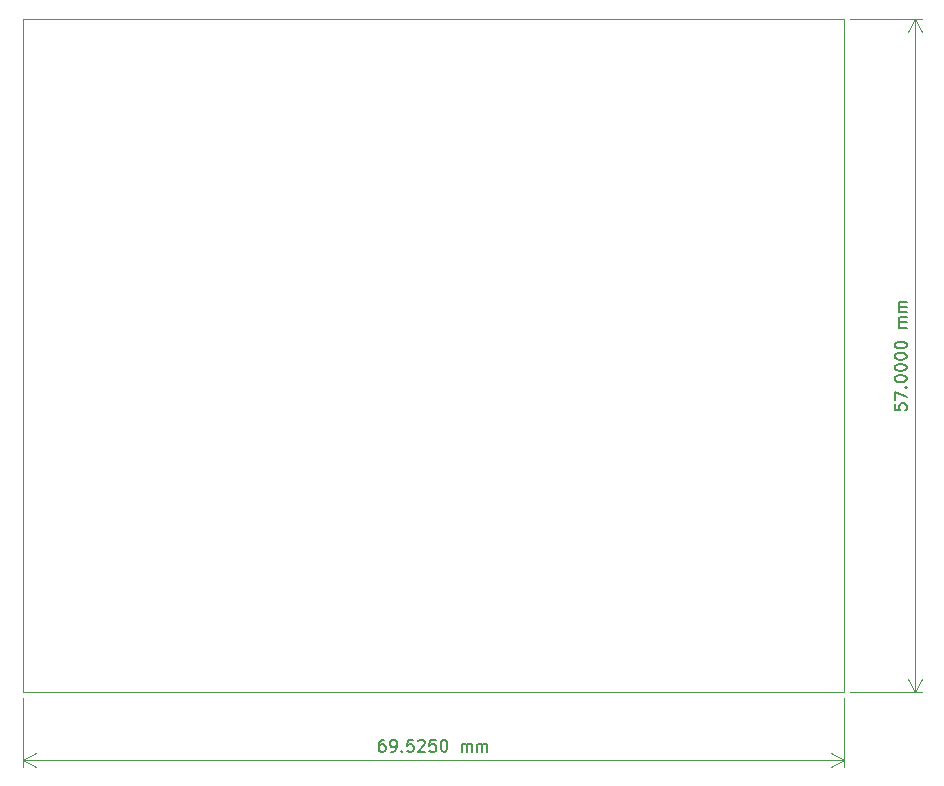
<source format=gbr>
%TF.GenerationSoftware,KiCad,Pcbnew,8.0.6*%
%TF.CreationDate,2024-10-22T13:33:25+08:00*%
%TF.ProjectId,Hackpad,4861636b-7061-4642-9e6b-696361645f70,rev?*%
%TF.SameCoordinates,Original*%
%TF.FileFunction,Profile,NP*%
%FSLAX46Y46*%
G04 Gerber Fmt 4.6, Leading zero omitted, Abs format (unit mm)*
G04 Created by KiCad (PCBNEW 8.0.6) date 2024-10-22 13:33:25*
%MOMM*%
%LPD*%
G01*
G04 APERTURE LIST*
%TA.AperFunction,Profile*%
%ADD10C,0.050000*%
%TD*%
%ADD11C,0.150000*%
G04 APERTURE END LIST*
D10*
X72500000Y-39500000D02*
X142000000Y-39500000D01*
X142000000Y-96500000D01*
X72500000Y-96500000D01*
X72500000Y-39500000D01*
D11*
X146304819Y-72095237D02*
X146304819Y-72571427D01*
X146304819Y-72571427D02*
X146781009Y-72619046D01*
X146781009Y-72619046D02*
X146733390Y-72571427D01*
X146733390Y-72571427D02*
X146685771Y-72476189D01*
X146685771Y-72476189D02*
X146685771Y-72238094D01*
X146685771Y-72238094D02*
X146733390Y-72142856D01*
X146733390Y-72142856D02*
X146781009Y-72095237D01*
X146781009Y-72095237D02*
X146876247Y-72047618D01*
X146876247Y-72047618D02*
X147114342Y-72047618D01*
X147114342Y-72047618D02*
X147209580Y-72095237D01*
X147209580Y-72095237D02*
X147257200Y-72142856D01*
X147257200Y-72142856D02*
X147304819Y-72238094D01*
X147304819Y-72238094D02*
X147304819Y-72476189D01*
X147304819Y-72476189D02*
X147257200Y-72571427D01*
X147257200Y-72571427D02*
X147209580Y-72619046D01*
X146304819Y-71714284D02*
X146304819Y-71047618D01*
X146304819Y-71047618D02*
X147304819Y-71476189D01*
X147209580Y-70666665D02*
X147257200Y-70619046D01*
X147257200Y-70619046D02*
X147304819Y-70666665D01*
X147304819Y-70666665D02*
X147257200Y-70714284D01*
X147257200Y-70714284D02*
X147209580Y-70666665D01*
X147209580Y-70666665D02*
X147304819Y-70666665D01*
X146304819Y-69999999D02*
X146304819Y-69904761D01*
X146304819Y-69904761D02*
X146352438Y-69809523D01*
X146352438Y-69809523D02*
X146400057Y-69761904D01*
X146400057Y-69761904D02*
X146495295Y-69714285D01*
X146495295Y-69714285D02*
X146685771Y-69666666D01*
X146685771Y-69666666D02*
X146923866Y-69666666D01*
X146923866Y-69666666D02*
X147114342Y-69714285D01*
X147114342Y-69714285D02*
X147209580Y-69761904D01*
X147209580Y-69761904D02*
X147257200Y-69809523D01*
X147257200Y-69809523D02*
X147304819Y-69904761D01*
X147304819Y-69904761D02*
X147304819Y-69999999D01*
X147304819Y-69999999D02*
X147257200Y-70095237D01*
X147257200Y-70095237D02*
X147209580Y-70142856D01*
X147209580Y-70142856D02*
X147114342Y-70190475D01*
X147114342Y-70190475D02*
X146923866Y-70238094D01*
X146923866Y-70238094D02*
X146685771Y-70238094D01*
X146685771Y-70238094D02*
X146495295Y-70190475D01*
X146495295Y-70190475D02*
X146400057Y-70142856D01*
X146400057Y-70142856D02*
X146352438Y-70095237D01*
X146352438Y-70095237D02*
X146304819Y-69999999D01*
X146304819Y-69047618D02*
X146304819Y-68952380D01*
X146304819Y-68952380D02*
X146352438Y-68857142D01*
X146352438Y-68857142D02*
X146400057Y-68809523D01*
X146400057Y-68809523D02*
X146495295Y-68761904D01*
X146495295Y-68761904D02*
X146685771Y-68714285D01*
X146685771Y-68714285D02*
X146923866Y-68714285D01*
X146923866Y-68714285D02*
X147114342Y-68761904D01*
X147114342Y-68761904D02*
X147209580Y-68809523D01*
X147209580Y-68809523D02*
X147257200Y-68857142D01*
X147257200Y-68857142D02*
X147304819Y-68952380D01*
X147304819Y-68952380D02*
X147304819Y-69047618D01*
X147304819Y-69047618D02*
X147257200Y-69142856D01*
X147257200Y-69142856D02*
X147209580Y-69190475D01*
X147209580Y-69190475D02*
X147114342Y-69238094D01*
X147114342Y-69238094D02*
X146923866Y-69285713D01*
X146923866Y-69285713D02*
X146685771Y-69285713D01*
X146685771Y-69285713D02*
X146495295Y-69238094D01*
X146495295Y-69238094D02*
X146400057Y-69190475D01*
X146400057Y-69190475D02*
X146352438Y-69142856D01*
X146352438Y-69142856D02*
X146304819Y-69047618D01*
X146304819Y-68095237D02*
X146304819Y-67999999D01*
X146304819Y-67999999D02*
X146352438Y-67904761D01*
X146352438Y-67904761D02*
X146400057Y-67857142D01*
X146400057Y-67857142D02*
X146495295Y-67809523D01*
X146495295Y-67809523D02*
X146685771Y-67761904D01*
X146685771Y-67761904D02*
X146923866Y-67761904D01*
X146923866Y-67761904D02*
X147114342Y-67809523D01*
X147114342Y-67809523D02*
X147209580Y-67857142D01*
X147209580Y-67857142D02*
X147257200Y-67904761D01*
X147257200Y-67904761D02*
X147304819Y-67999999D01*
X147304819Y-67999999D02*
X147304819Y-68095237D01*
X147304819Y-68095237D02*
X147257200Y-68190475D01*
X147257200Y-68190475D02*
X147209580Y-68238094D01*
X147209580Y-68238094D02*
X147114342Y-68285713D01*
X147114342Y-68285713D02*
X146923866Y-68333332D01*
X146923866Y-68333332D02*
X146685771Y-68333332D01*
X146685771Y-68333332D02*
X146495295Y-68285713D01*
X146495295Y-68285713D02*
X146400057Y-68238094D01*
X146400057Y-68238094D02*
X146352438Y-68190475D01*
X146352438Y-68190475D02*
X146304819Y-68095237D01*
X146304819Y-67142856D02*
X146304819Y-67047618D01*
X146304819Y-67047618D02*
X146352438Y-66952380D01*
X146352438Y-66952380D02*
X146400057Y-66904761D01*
X146400057Y-66904761D02*
X146495295Y-66857142D01*
X146495295Y-66857142D02*
X146685771Y-66809523D01*
X146685771Y-66809523D02*
X146923866Y-66809523D01*
X146923866Y-66809523D02*
X147114342Y-66857142D01*
X147114342Y-66857142D02*
X147209580Y-66904761D01*
X147209580Y-66904761D02*
X147257200Y-66952380D01*
X147257200Y-66952380D02*
X147304819Y-67047618D01*
X147304819Y-67047618D02*
X147304819Y-67142856D01*
X147304819Y-67142856D02*
X147257200Y-67238094D01*
X147257200Y-67238094D02*
X147209580Y-67285713D01*
X147209580Y-67285713D02*
X147114342Y-67333332D01*
X147114342Y-67333332D02*
X146923866Y-67380951D01*
X146923866Y-67380951D02*
X146685771Y-67380951D01*
X146685771Y-67380951D02*
X146495295Y-67333332D01*
X146495295Y-67333332D02*
X146400057Y-67285713D01*
X146400057Y-67285713D02*
X146352438Y-67238094D01*
X146352438Y-67238094D02*
X146304819Y-67142856D01*
X147304819Y-65619046D02*
X146638152Y-65619046D01*
X146733390Y-65619046D02*
X146685771Y-65571427D01*
X146685771Y-65571427D02*
X146638152Y-65476189D01*
X146638152Y-65476189D02*
X146638152Y-65333332D01*
X146638152Y-65333332D02*
X146685771Y-65238094D01*
X146685771Y-65238094D02*
X146781009Y-65190475D01*
X146781009Y-65190475D02*
X147304819Y-65190475D01*
X146781009Y-65190475D02*
X146685771Y-65142856D01*
X146685771Y-65142856D02*
X146638152Y-65047618D01*
X146638152Y-65047618D02*
X146638152Y-64904761D01*
X146638152Y-64904761D02*
X146685771Y-64809522D01*
X146685771Y-64809522D02*
X146781009Y-64761903D01*
X146781009Y-64761903D02*
X147304819Y-64761903D01*
X147304819Y-64285713D02*
X146638152Y-64285713D01*
X146733390Y-64285713D02*
X146685771Y-64238094D01*
X146685771Y-64238094D02*
X146638152Y-64142856D01*
X146638152Y-64142856D02*
X146638152Y-63999999D01*
X146638152Y-63999999D02*
X146685771Y-63904761D01*
X146685771Y-63904761D02*
X146781009Y-63857142D01*
X146781009Y-63857142D02*
X147304819Y-63857142D01*
X146781009Y-63857142D02*
X146685771Y-63809523D01*
X146685771Y-63809523D02*
X146638152Y-63714285D01*
X146638152Y-63714285D02*
X146638152Y-63571428D01*
X146638152Y-63571428D02*
X146685771Y-63476189D01*
X146685771Y-63476189D02*
X146781009Y-63428570D01*
X146781009Y-63428570D02*
X147304819Y-63428570D01*
D10*
X142500000Y-39500000D02*
X148586420Y-39500000D01*
X142500000Y-96500000D02*
X148586420Y-96500000D01*
X148000000Y-39500000D02*
X148000000Y-96500000D01*
X148000000Y-39500000D02*
X148000000Y-96500000D01*
X148000000Y-39500000D02*
X148586421Y-40626504D01*
X148000000Y-39500000D02*
X147413579Y-40626504D01*
X148000000Y-96500000D02*
X147413579Y-95373496D01*
X148000000Y-96500000D02*
X148586421Y-95373496D01*
D11*
X103096088Y-100533747D02*
X102905612Y-100533816D01*
X102905612Y-100533816D02*
X102810391Y-100581469D01*
X102810391Y-100581469D02*
X102762789Y-100629105D01*
X102762789Y-100629105D02*
X102667603Y-100771997D01*
X102667603Y-100771997D02*
X102620052Y-100962490D01*
X102620052Y-100962490D02*
X102620189Y-101343442D01*
X102620189Y-101343442D02*
X102667842Y-101438663D01*
X102667842Y-101438663D02*
X102715479Y-101486265D01*
X102715479Y-101486265D02*
X102810734Y-101533850D01*
X102810734Y-101533850D02*
X103001210Y-101533781D01*
X103001210Y-101533781D02*
X103096431Y-101486128D01*
X103096431Y-101486128D02*
X103144033Y-101438492D01*
X103144033Y-101438492D02*
X103191618Y-101343237D01*
X103191618Y-101343237D02*
X103191532Y-101105142D01*
X103191532Y-101105142D02*
X103143879Y-101009921D01*
X103143879Y-101009921D02*
X103096243Y-100962319D01*
X103096243Y-100962319D02*
X103000987Y-100914734D01*
X103000987Y-100914734D02*
X102810511Y-100914802D01*
X102810511Y-100914802D02*
X102715290Y-100962456D01*
X102715290Y-100962456D02*
X102667688Y-101010092D01*
X102667688Y-101010092D02*
X102620103Y-101105347D01*
X103667877Y-101533542D02*
X103858353Y-101533473D01*
X103858353Y-101533473D02*
X103953574Y-101485820D01*
X103953574Y-101485820D02*
X104001176Y-101438184D01*
X104001176Y-101438184D02*
X104096362Y-101295292D01*
X104096362Y-101295292D02*
X104143913Y-101104799D01*
X104143913Y-101104799D02*
X104143776Y-100723847D01*
X104143776Y-100723847D02*
X104096123Y-100628626D01*
X104096123Y-100628626D02*
X104048486Y-100581024D01*
X104048486Y-100581024D02*
X103953231Y-100533439D01*
X103953231Y-100533439D02*
X103762755Y-100533508D01*
X103762755Y-100533508D02*
X103667534Y-100581161D01*
X103667534Y-100581161D02*
X103619932Y-100628797D01*
X103619932Y-100628797D02*
X103572347Y-100724052D01*
X103572347Y-100724052D02*
X103572433Y-100962147D01*
X103572433Y-100962147D02*
X103620086Y-101057368D01*
X103620086Y-101057368D02*
X103667722Y-101104970D01*
X103667722Y-101104970D02*
X103762978Y-101152555D01*
X103762978Y-101152555D02*
X103953454Y-101152487D01*
X103953454Y-101152487D02*
X104048675Y-101104833D01*
X104048675Y-101104833D02*
X104096277Y-101057197D01*
X104096277Y-101057197D02*
X104143862Y-100961942D01*
X104572604Y-101437978D02*
X104620240Y-101485580D01*
X104620240Y-101485580D02*
X104572638Y-101533216D01*
X104572638Y-101533216D02*
X104525002Y-101485614D01*
X104525002Y-101485614D02*
X104572604Y-101437978D01*
X104572604Y-101437978D02*
X104572638Y-101533216D01*
X105524659Y-100532874D02*
X105048469Y-100533045D01*
X105048469Y-100533045D02*
X105001021Y-101009253D01*
X105001021Y-101009253D02*
X105048623Y-100961617D01*
X105048623Y-100961617D02*
X105143844Y-100913963D01*
X105143844Y-100913963D02*
X105381939Y-100913878D01*
X105381939Y-100913878D02*
X105477194Y-100961463D01*
X105477194Y-100961463D02*
X105524831Y-101009064D01*
X105524831Y-101009064D02*
X105572484Y-101104285D01*
X105572484Y-101104285D02*
X105572569Y-101342381D01*
X105572569Y-101342381D02*
X105524985Y-101437636D01*
X105524985Y-101437636D02*
X105477383Y-101485272D01*
X105477383Y-101485272D02*
X105382162Y-101532925D01*
X105382162Y-101532925D02*
X105144067Y-101533011D01*
X105144067Y-101533011D02*
X105048811Y-101485426D01*
X105048811Y-101485426D02*
X105001175Y-101437824D01*
X105953265Y-100627958D02*
X106000867Y-100580322D01*
X106000867Y-100580322D02*
X106096088Y-100532669D01*
X106096088Y-100532669D02*
X106334183Y-100532583D01*
X106334183Y-100532583D02*
X106429438Y-100580168D01*
X106429438Y-100580168D02*
X106477074Y-100627770D01*
X106477074Y-100627770D02*
X106524728Y-100722991D01*
X106524728Y-100722991D02*
X106524762Y-100818229D01*
X106524762Y-100818229D02*
X106477194Y-100961103D01*
X106477194Y-100961103D02*
X105905971Y-101532737D01*
X105905971Y-101532737D02*
X106525019Y-101532514D01*
X107429421Y-100532189D02*
X106953231Y-100532360D01*
X106953231Y-100532360D02*
X106905783Y-101008568D01*
X106905783Y-101008568D02*
X106953385Y-100960932D01*
X106953385Y-100960932D02*
X107048606Y-100913278D01*
X107048606Y-100913278D02*
X107286701Y-100913193D01*
X107286701Y-100913193D02*
X107381956Y-100960778D01*
X107381956Y-100960778D02*
X107429592Y-101008380D01*
X107429592Y-101008380D02*
X107477246Y-101103601D01*
X107477246Y-101103601D02*
X107477331Y-101341696D01*
X107477331Y-101341696D02*
X107429747Y-101436951D01*
X107429747Y-101436951D02*
X107382145Y-101484587D01*
X107382145Y-101484587D02*
X107286924Y-101532240D01*
X107286924Y-101532240D02*
X107048828Y-101532326D01*
X107048828Y-101532326D02*
X106953573Y-101484741D01*
X106953573Y-101484741D02*
X106905937Y-101437139D01*
X108096088Y-100531949D02*
X108191326Y-100531915D01*
X108191326Y-100531915D02*
X108286581Y-100579500D01*
X108286581Y-100579500D02*
X108334217Y-100627102D01*
X108334217Y-100627102D02*
X108381871Y-100722323D01*
X108381871Y-100722323D02*
X108429558Y-100912782D01*
X108429558Y-100912782D02*
X108429644Y-101150877D01*
X108429644Y-101150877D02*
X108382093Y-101341370D01*
X108382093Y-101341370D02*
X108334508Y-101436626D01*
X108334508Y-101436626D02*
X108286906Y-101484262D01*
X108286906Y-101484262D02*
X108191686Y-101531915D01*
X108191686Y-101531915D02*
X108096447Y-101531949D01*
X108096447Y-101531949D02*
X108001192Y-101484365D01*
X108001192Y-101484365D02*
X107953556Y-101436763D01*
X107953556Y-101436763D02*
X107905903Y-101341542D01*
X107905903Y-101341542D02*
X107858215Y-101151083D01*
X107858215Y-101151083D02*
X107858130Y-100912987D01*
X107858130Y-100912987D02*
X107905680Y-100722494D01*
X107905680Y-100722494D02*
X107953265Y-100627239D01*
X107953265Y-100627239D02*
X108000867Y-100579603D01*
X108000867Y-100579603D02*
X108096088Y-100531949D01*
X109620257Y-101531401D02*
X109620017Y-100864735D01*
X109620052Y-100959973D02*
X109667654Y-100912337D01*
X109667654Y-100912337D02*
X109762875Y-100864683D01*
X109762875Y-100864683D02*
X109905732Y-100864632D01*
X109905732Y-100864632D02*
X110000987Y-100912217D01*
X110000987Y-100912217D02*
X110048640Y-101007438D01*
X110048640Y-101007438D02*
X110048829Y-101531247D01*
X110048640Y-101007438D02*
X110096225Y-100912183D01*
X110096225Y-100912183D02*
X110191446Y-100864529D01*
X110191446Y-100864529D02*
X110334303Y-100864478D01*
X110334303Y-100864478D02*
X110429558Y-100912063D01*
X110429558Y-100912063D02*
X110477212Y-101007284D01*
X110477212Y-101007284D02*
X110477400Y-101531093D01*
X110953590Y-101530922D02*
X110953350Y-100864255D01*
X110953385Y-100959493D02*
X111000986Y-100911857D01*
X111000986Y-100911857D02*
X111096207Y-100864204D01*
X111096207Y-100864204D02*
X111239065Y-100864153D01*
X111239065Y-100864153D02*
X111334320Y-100911737D01*
X111334320Y-100911737D02*
X111381973Y-101006958D01*
X111381973Y-101006958D02*
X111382161Y-101530768D01*
X111381973Y-101006958D02*
X111429558Y-100911703D01*
X111429558Y-100911703D02*
X111524779Y-100864050D01*
X111524779Y-100864050D02*
X111667636Y-100863998D01*
X111667636Y-100863998D02*
X111762891Y-100911583D01*
X111762891Y-100911583D02*
X111810544Y-101006804D01*
X111810544Y-101006804D02*
X111810733Y-101530614D01*
D10*
X72475180Y-97025000D02*
X72477266Y-102826359D01*
X142000180Y-97000000D02*
X142002266Y-102801359D01*
X72477055Y-102239939D02*
X142002055Y-102214939D01*
X72477055Y-102239939D02*
X142002055Y-102214939D01*
X72477055Y-102239939D02*
X73603348Y-101653113D01*
X72477055Y-102239939D02*
X73603770Y-102825955D01*
X142002055Y-102214939D02*
X140875762Y-102801765D01*
X142002055Y-102214939D02*
X140875340Y-101628923D01*
M02*

</source>
